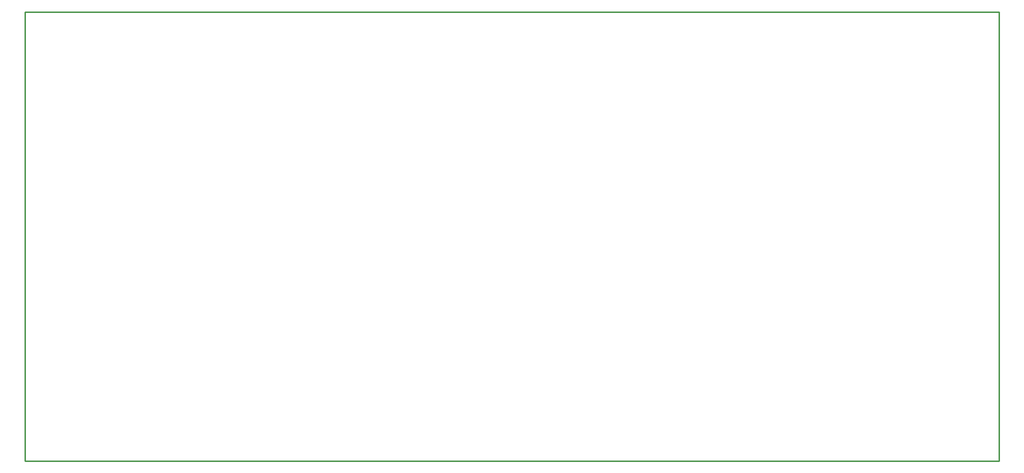
<source format=gko>
G04 Layer_Color=16711935*
%FSLAX25Y25*%
%MOIN*%
G70*
G01*
G75*
%ADD55C,0.01000*%
G54D55*
X-21400Y-41100D02*
X654600D01*
Y270900D01*
X-21400D02*
X654600D01*
X-21400Y-41100D02*
Y270900D01*
M02*

</source>
